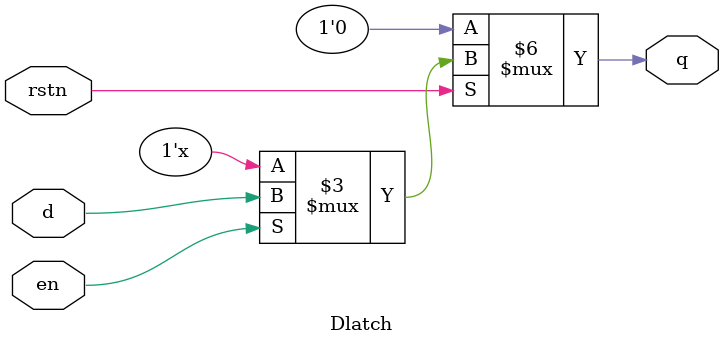
<source format=sv>
module Dlatch (  input d,           // 1-bit input pin for data  
                  input en,          // 1-bit input pin for enabling the latch  
                  input rstn,        // 1-bit input pin for active-low reset  
                  output reg q);     // 1-bit output pin for data output  
  
  
   always @ (en or rstn or d)  
      if (!rstn)  
         q <= 0;  
      else  
         if (en)  
            q <= d;  
endmodule  
</source>
